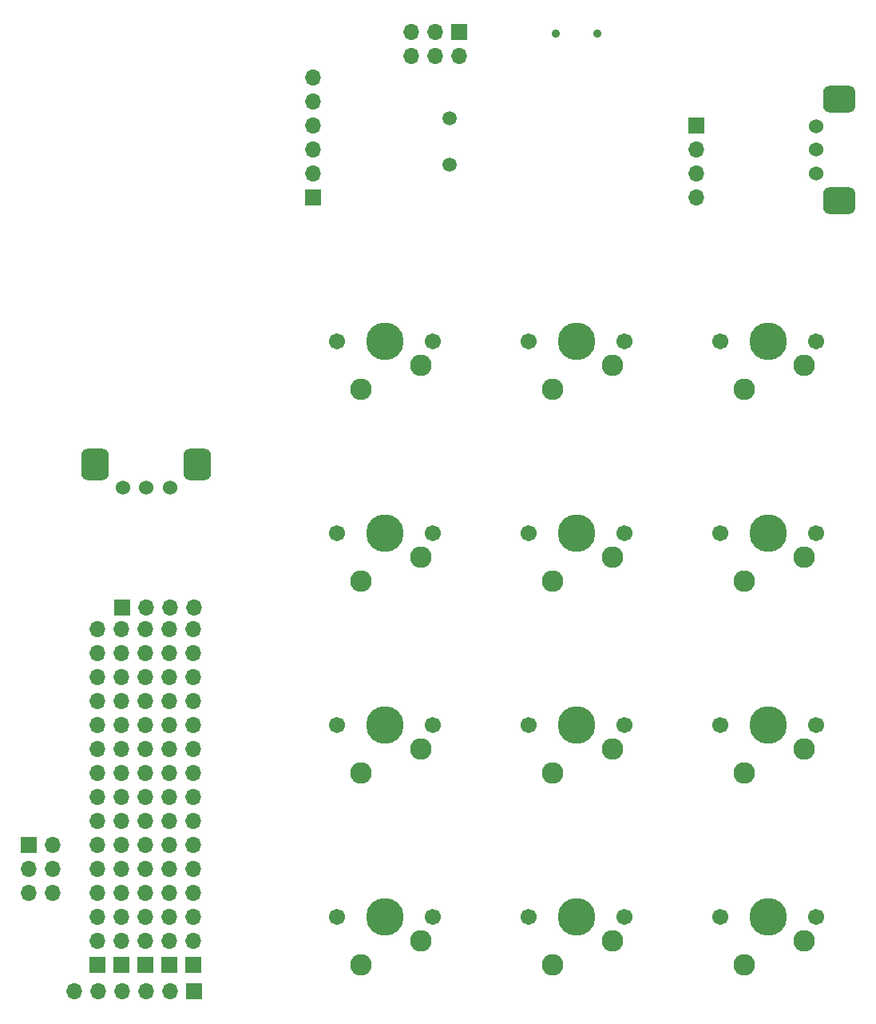
<source format=gbs>
%TF.GenerationSoftware,KiCad,Pcbnew,7.0.7*%
%TF.CreationDate,2023-10-21T15:17:40+02:00*%
%TF.ProjectId,mpad,6d706164-2e6b-4696-9361-645f70636258,rev?*%
%TF.SameCoordinates,Original*%
%TF.FileFunction,Soldermask,Bot*%
%TF.FilePolarity,Negative*%
%FSLAX46Y46*%
G04 Gerber Fmt 4.6, Leading zero omitted, Abs format (unit mm)*
G04 Created by KiCad (PCBNEW 7.0.7) date 2023-10-21 15:17:40*
%MOMM*%
%LPD*%
G01*
G04 APERTURE LIST*
G04 Aperture macros list*
%AMRoundRect*
0 Rectangle with rounded corners*
0 $1 Rounding radius*
0 $2 $3 $4 $5 $6 $7 $8 $9 X,Y pos of 4 corners*
0 Add a 4 corners polygon primitive as box body*
4,1,4,$2,$3,$4,$5,$6,$7,$8,$9,$2,$3,0*
0 Add four circle primitives for the rounded corners*
1,1,$1+$1,$2,$3*
1,1,$1+$1,$4,$5*
1,1,$1+$1,$6,$7*
1,1,$1+$1,$8,$9*
0 Add four rect primitives between the rounded corners*
20,1,$1+$1,$2,$3,$4,$5,0*
20,1,$1+$1,$4,$5,$6,$7,0*
20,1,$1+$1,$6,$7,$8,$9,0*
20,1,$1+$1,$8,$9,$2,$3,0*%
G04 Aperture macros list end*
%ADD10C,1.701800*%
%ADD11C,3.987800*%
%ADD12C,2.286000*%
%ADD13R,1.700000X1.700000*%
%ADD14O,1.700000X1.700000*%
%ADD15C,1.524000*%
%ADD16RoundRect,0.725000X-0.725000X-0.975000X0.725000X-0.975000X0.725000X0.975000X-0.725000X0.975000X0*%
%ADD17C,0.900000*%
%ADD18C,1.500000*%
%ADD19RoundRect,0.725000X-0.975000X0.725000X-0.975000X-0.725000X0.975000X-0.725000X0.975000X0.725000X0*%
G04 APERTURE END LIST*
D10*
%TO.C,K6*%
X179070000Y-102489000D03*
D11*
X173990000Y-102489000D03*
D10*
X168910000Y-102489000D03*
D12*
X171450000Y-107569000D03*
X177800000Y-105029000D03*
%TD*%
D10*
%TO.C,K11*%
X158750000Y-143129000D03*
D11*
X153670000Y-143129000D03*
D10*
X148590000Y-143129000D03*
D12*
X151130000Y-148209000D03*
X157480000Y-145669000D03*
%TD*%
D13*
%TO.C,J7*%
X105537000Y-110363000D03*
D14*
X108077000Y-110363000D03*
X110617000Y-110363000D03*
X113157000Y-110363000D03*
%TD*%
D13*
%TO.C,J11*%
X105410000Y-148209000D03*
D14*
X105410000Y-145669000D03*
X105410000Y-143129000D03*
X105410000Y-140589000D03*
X105410000Y-138049000D03*
X105410000Y-135509000D03*
X105410000Y-132969000D03*
X105410000Y-130429000D03*
X105410000Y-127889000D03*
X105410000Y-125349000D03*
X105410000Y-122809000D03*
X105410000Y-120269000D03*
X105410000Y-117729000D03*
X105410000Y-115189000D03*
X105410000Y-112649000D03*
%TD*%
D13*
%TO.C,J12*%
X102870000Y-148209000D03*
D14*
X102870000Y-145669000D03*
X102870000Y-143129000D03*
X102870000Y-140589000D03*
X102870000Y-138049000D03*
X102870000Y-135509000D03*
X102870000Y-132969000D03*
X102870000Y-130429000D03*
X102870000Y-127889000D03*
X102870000Y-125349000D03*
X102870000Y-122809000D03*
X102870000Y-120269000D03*
X102870000Y-117729000D03*
X102870000Y-115189000D03*
X102870000Y-112649000D03*
%TD*%
D10*
%TO.C,K1*%
X138430000Y-82169000D03*
D11*
X133350000Y-82169000D03*
D10*
X128270000Y-82169000D03*
D12*
X130810000Y-87249000D03*
X137160000Y-84709000D03*
%TD*%
D10*
%TO.C,K10*%
X138430000Y-143129000D03*
D11*
X133350000Y-143129000D03*
D10*
X128270000Y-143129000D03*
D12*
X130810000Y-148209000D03*
X137160000Y-145669000D03*
%TD*%
D10*
%TO.C,K9*%
X179070000Y-122809000D03*
D11*
X173990000Y-122809000D03*
D10*
X168910000Y-122809000D03*
D12*
X171450000Y-127889000D03*
X177800000Y-125349000D03*
%TD*%
D13*
%TO.C,J6*%
X113157000Y-151003000D03*
D14*
X110617000Y-151003000D03*
X108077000Y-151003000D03*
X105537000Y-151003000D03*
X102997000Y-151003000D03*
X100457000Y-151003000D03*
%TD*%
D10*
%TO.C,K8*%
X158750000Y-122809000D03*
D11*
X153670000Y-122809000D03*
D10*
X148590000Y-122809000D03*
D12*
X151130000Y-127889000D03*
X157480000Y-125349000D03*
%TD*%
D13*
%TO.C,J2*%
X166370000Y-59309000D03*
D14*
X166370000Y-61849000D03*
X166370000Y-64389000D03*
X166370000Y-66929000D03*
%TD*%
D10*
%TO.C,K5*%
X158750000Y-102489000D03*
D11*
X153670000Y-102489000D03*
D10*
X148590000Y-102489000D03*
D12*
X151130000Y-107569000D03*
X157480000Y-105029000D03*
%TD*%
D15*
%TO.C,SW3*%
X108077000Y-97663000D03*
X110577000Y-97663000D03*
X105577000Y-97663000D03*
D16*
X113477000Y-95163000D03*
X102677000Y-95163000D03*
%TD*%
D10*
%TO.C,K4*%
X138430000Y-102489000D03*
D11*
X133350000Y-102489000D03*
D10*
X128270000Y-102489000D03*
D12*
X130810000Y-107569000D03*
X137160000Y-105029000D03*
%TD*%
D10*
%TO.C,K2*%
X158750000Y-82169000D03*
D11*
X153670000Y-82169000D03*
D10*
X148590000Y-82169000D03*
D12*
X151130000Y-87249000D03*
X157480000Y-84709000D03*
%TD*%
D13*
%TO.C,J3*%
X141224000Y-49403000D03*
D14*
X141224000Y-51943000D03*
X138684000Y-49403000D03*
X138684000Y-51943000D03*
X136144000Y-49403000D03*
X136144000Y-51943000D03*
%TD*%
D17*
%TO.C,J1*%
X155870000Y-49509000D03*
X151470000Y-49509000D03*
%TD*%
D10*
%TO.C,K12*%
X179070000Y-143129000D03*
D11*
X173990000Y-143129000D03*
D10*
X168910000Y-143129000D03*
D12*
X171450000Y-148209000D03*
X177800000Y-145669000D03*
%TD*%
D13*
%TO.C,J5*%
X125730000Y-66929000D03*
D14*
X125730000Y-64389000D03*
X125730000Y-61849000D03*
X125730000Y-59309000D03*
X125730000Y-56769000D03*
X125730000Y-54229000D03*
%TD*%
D13*
%TO.C,J10*%
X107950000Y-148209000D03*
D14*
X107950000Y-145669000D03*
X107950000Y-143129000D03*
X107950000Y-140589000D03*
X107950000Y-138049000D03*
X107950000Y-135509000D03*
X107950000Y-132969000D03*
X107950000Y-130429000D03*
X107950000Y-127889000D03*
X107950000Y-125349000D03*
X107950000Y-122809000D03*
X107950000Y-120269000D03*
X107950000Y-117729000D03*
X107950000Y-115189000D03*
X107950000Y-112649000D03*
%TD*%
D10*
%TO.C,K3*%
X179070000Y-82169000D03*
D11*
X173990000Y-82169000D03*
D10*
X168910000Y-82169000D03*
D12*
X171450000Y-87249000D03*
X177800000Y-84709000D03*
%TD*%
D13*
%TO.C,J9*%
X110490000Y-148209000D03*
D14*
X110490000Y-145669000D03*
X110490000Y-143129000D03*
X110490000Y-140589000D03*
X110490000Y-138049000D03*
X110490000Y-135509000D03*
X110490000Y-132969000D03*
X110490000Y-130429000D03*
X110490000Y-127889000D03*
X110490000Y-125349000D03*
X110490000Y-122809000D03*
X110490000Y-120269000D03*
X110490000Y-117729000D03*
X110490000Y-115189000D03*
X110490000Y-112649000D03*
%TD*%
D18*
%TO.C,Y1*%
X140208000Y-63447000D03*
X140208000Y-58547000D03*
%TD*%
D13*
%TO.C,J4*%
X95631000Y-135509000D03*
D14*
X98171000Y-135509000D03*
X95631000Y-138049000D03*
X98171000Y-138049000D03*
X95631000Y-140589000D03*
X98171000Y-140589000D03*
%TD*%
D10*
%TO.C,K7*%
X138430000Y-122809000D03*
D11*
X133350000Y-122809000D03*
D10*
X128270000Y-122809000D03*
D12*
X130810000Y-127889000D03*
X137160000Y-125349000D03*
%TD*%
D13*
%TO.C,J8*%
X113030000Y-148209000D03*
D14*
X113030000Y-145669000D03*
X113030000Y-143129000D03*
X113030000Y-140589000D03*
X113030000Y-138049000D03*
X113030000Y-135509000D03*
X113030000Y-132969000D03*
X113030000Y-130429000D03*
X113030000Y-127889000D03*
X113030000Y-125349000D03*
X113030000Y-122809000D03*
X113030000Y-120269000D03*
X113030000Y-117729000D03*
X113030000Y-115189000D03*
X113030000Y-112649000D03*
%TD*%
D15*
%TO.C,SW2*%
X179070000Y-61849000D03*
X179070000Y-64349000D03*
X179070000Y-59349000D03*
D19*
X181570000Y-67249000D03*
X181570000Y-56449000D03*
%TD*%
M02*

</source>
